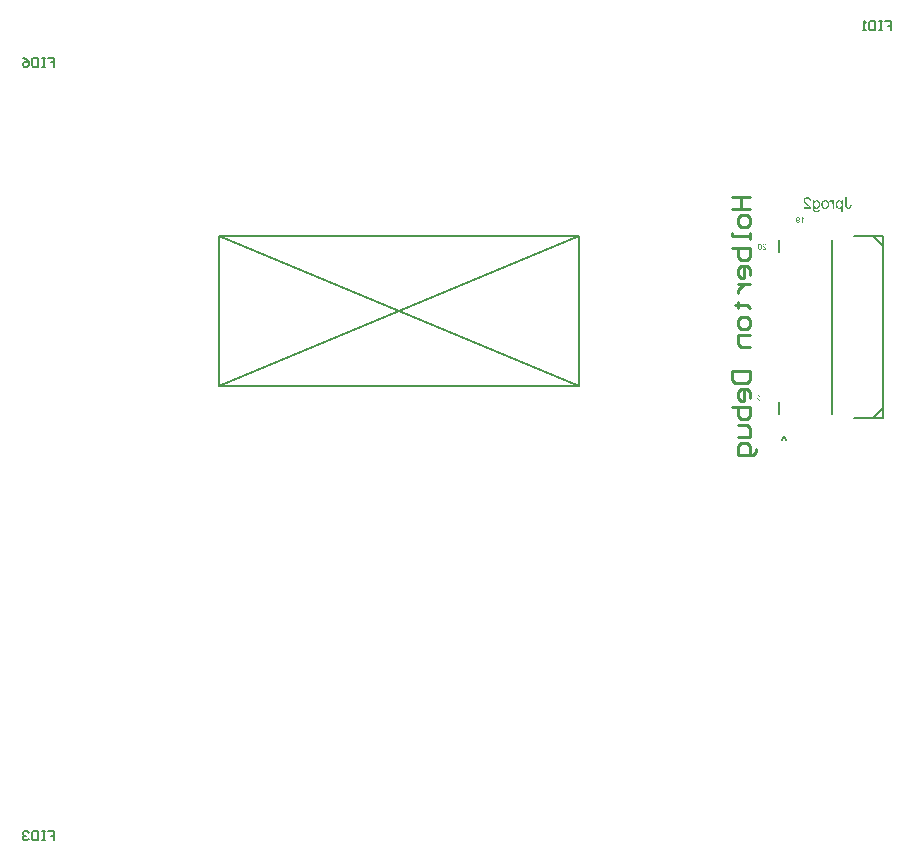
<source format=gbo>
G04*
G04 #@! TF.GenerationSoftware,Altium Limited,Altium Designer,24.1.2 (44)*
G04*
G04 Layer_Color=32896*
%FSLAX44Y44*%
%MOMM*%
G71*
G04*
G04 #@! TF.SameCoordinates,4D670051-7F49-4B36-91F3-1F1B1C4DC3BF*
G04*
G04*
G04 #@! TF.FilePolarity,Positive*
G04*
G01*
G75*
%ADD11C,0.2540*%
%ADD15C,0.1778*%
%ADD16C,0.1270*%
%ADD64C,0.1524*%
G36*
X254047Y43030D02*
X254171Y43019D01*
X254287Y43001D01*
X254396Y42975D01*
X254498Y42946D01*
X254592Y42913D01*
X254676Y42881D01*
X254756Y42848D01*
X254825Y42812D01*
X254886Y42779D01*
X254937Y42746D01*
X254981Y42717D01*
X255014Y42695D01*
X255039Y42674D01*
X255054Y42663D01*
X255057Y42659D01*
X255133Y42587D01*
X255199Y42507D01*
X255261Y42423D01*
X255311Y42336D01*
X255359Y42245D01*
X255399Y42154D01*
X255431Y42067D01*
X255460Y41980D01*
X255482Y41900D01*
X255500Y41824D01*
X255515Y41755D01*
X255526Y41697D01*
X255537Y41649D01*
X255540Y41613D01*
Y41599D01*
X255544Y41588D01*
Y41584D01*
Y41580D01*
X254908Y41515D01*
X254905Y41602D01*
X254897Y41682D01*
X254883Y41758D01*
X254868Y41831D01*
X254846Y41896D01*
X254825Y41955D01*
X254799Y42013D01*
X254774Y42060D01*
X254752Y42104D01*
X254727Y42143D01*
X254705Y42176D01*
X254683Y42205D01*
X254669Y42223D01*
X254654Y42242D01*
X254647Y42249D01*
X254643Y42252D01*
X254592Y42300D01*
X254534Y42340D01*
X254476Y42376D01*
X254418Y42409D01*
X254356Y42434D01*
X254298Y42456D01*
X254240Y42474D01*
X254185Y42488D01*
X254131Y42499D01*
X254084Y42507D01*
X254040Y42514D01*
X254000Y42517D01*
X253971Y42521D01*
X253928D01*
X253851Y42517D01*
X253779Y42510D01*
X253710Y42499D01*
X253644Y42481D01*
X253586Y42463D01*
X253528Y42441D01*
X253477Y42420D01*
X253430Y42394D01*
X253390Y42372D01*
X253354Y42347D01*
X253321Y42325D01*
X253296Y42307D01*
X253274Y42289D01*
X253259Y42278D01*
X253252Y42271D01*
X253248Y42267D01*
X253201Y42220D01*
X253161Y42169D01*
X253125Y42118D01*
X253096Y42063D01*
X253070Y42013D01*
X253049Y41962D01*
X253030Y41911D01*
X253016Y41864D01*
X253005Y41820D01*
X252998Y41780D01*
X252990Y41744D01*
X252987Y41711D01*
X252983Y41686D01*
Y41668D01*
Y41653D01*
Y41649D01*
X252987Y41584D01*
X252994Y41519D01*
X253009Y41453D01*
X253027Y41388D01*
X253074Y41261D01*
X253103Y41203D01*
X253129Y41148D01*
X253154Y41097D01*
X253183Y41050D01*
X253205Y41010D01*
X253227Y40974D01*
X253248Y40948D01*
X253263Y40927D01*
X253270Y40912D01*
X253274Y40908D01*
X253332Y40832D01*
X253405Y40749D01*
X253481Y40665D01*
X253568Y40578D01*
X253655Y40487D01*
X253750Y40400D01*
X253840Y40313D01*
X253935Y40229D01*
X254022Y40149D01*
X254105Y40077D01*
X254178Y40008D01*
X254247Y39953D01*
X254302Y39906D01*
X254324Y39888D01*
X254342Y39870D01*
X254356Y39859D01*
X254367Y39848D01*
X254374Y39844D01*
X254378Y39841D01*
X254472Y39761D01*
X254563Y39684D01*
X254647Y39612D01*
X254727Y39543D01*
X254799Y39474D01*
X254865Y39412D01*
X254923Y39354D01*
X254977Y39299D01*
X255028Y39252D01*
X255068Y39209D01*
X255104Y39172D01*
X255133Y39140D01*
X255155Y39114D01*
X255170Y39096D01*
X255181Y39085D01*
X255184Y39081D01*
X255282Y38958D01*
X255366Y38838D01*
X255435Y38726D01*
X255468Y38675D01*
X255493Y38624D01*
X255515Y38580D01*
X255537Y38540D01*
X255555Y38504D01*
X255566Y38471D01*
X255577Y38446D01*
X255584Y38428D01*
X255591Y38417D01*
Y38413D01*
X255616Y38337D01*
X255635Y38261D01*
X255646Y38188D01*
X255653Y38126D01*
X255657Y38068D01*
X255660Y38046D01*
Y38024D01*
Y38010D01*
Y37999D01*
Y37992D01*
Y37988D01*
X252340D01*
Y38580D01*
X254803D01*
X254763Y38642D01*
X254719Y38704D01*
X254676Y38758D01*
X254636Y38809D01*
X254599Y38849D01*
X254571Y38882D01*
X254552Y38904D01*
X254545Y38911D01*
X254512Y38947D01*
X254469Y38987D01*
X254422Y39031D01*
X254367Y39081D01*
X254309Y39132D01*
X254251Y39187D01*
X254127Y39292D01*
X254069Y39343D01*
X254015Y39390D01*
X253967Y39434D01*
X253920Y39470D01*
X253884Y39503D01*
X253859Y39525D01*
X253840Y39543D01*
X253833Y39546D01*
X253713Y39648D01*
X253601Y39746D01*
X253499Y39837D01*
X253405Y39920D01*
X253317Y40000D01*
X253241Y40073D01*
X253168Y40139D01*
X253107Y40197D01*
X253052Y40251D01*
X253009Y40298D01*
X252969Y40338D01*
X252936Y40371D01*
X252910Y40396D01*
X252896Y40415D01*
X252885Y40425D01*
X252882Y40429D01*
X252831Y40491D01*
X252780Y40549D01*
X252736Y40607D01*
X252696Y40662D01*
X252624Y40767D01*
X252595Y40814D01*
X252569Y40858D01*
X252544Y40898D01*
X252526Y40934D01*
X252507Y40967D01*
X252496Y40992D01*
X252486Y41014D01*
X252478Y41028D01*
X252471Y41039D01*
Y41043D01*
X252431Y41152D01*
X252398Y41257D01*
X252377Y41359D01*
X252362Y41450D01*
X252358Y41490D01*
X252355Y41526D01*
X252351Y41555D01*
X252348Y41584D01*
Y41606D01*
Y41620D01*
Y41631D01*
Y41635D01*
X252351Y41744D01*
X252366Y41849D01*
X252388Y41947D01*
X252413Y42042D01*
X252446Y42129D01*
X252482Y42212D01*
X252522Y42289D01*
X252558Y42358D01*
X252598Y42420D01*
X252638Y42474D01*
X252675Y42521D01*
X252707Y42558D01*
X252733Y42590D01*
X252754Y42612D01*
X252769Y42627D01*
X252773Y42630D01*
X252856Y42703D01*
X252943Y42765D01*
X253034Y42815D01*
X253129Y42863D01*
X253223Y42903D01*
X253321Y42935D01*
X253412Y42961D01*
X253503Y42983D01*
X253586Y43001D01*
X253666Y43011D01*
X253735Y43022D01*
X253797Y43026D01*
X253848Y43030D01*
X253884Y43033D01*
X253917D01*
X254047Y43030D01*
D02*
G37*
G36*
X259127Y171300D02*
X259251Y171289D01*
X259367Y171271D01*
X259476Y171245D01*
X259578Y171216D01*
X259672Y171183D01*
X259756Y171151D01*
X259836Y171118D01*
X259905Y171082D01*
X259967Y171049D01*
X260017Y171016D01*
X260061Y170987D01*
X260094Y170965D01*
X260119Y170944D01*
X260133Y170933D01*
X260137Y170929D01*
X260213Y170857D01*
X260279Y170777D01*
X260341Y170693D01*
X260391Y170606D01*
X260439Y170515D01*
X260479Y170424D01*
X260511Y170337D01*
X260540Y170250D01*
X260562Y170170D01*
X260580Y170094D01*
X260595Y170025D01*
X260606Y169967D01*
X260617Y169919D01*
X260620Y169883D01*
Y169869D01*
X260624Y169858D01*
Y169854D01*
Y169850D01*
X259988Y169785D01*
X259985Y169872D01*
X259977Y169952D01*
X259963Y170028D01*
X259948Y170101D01*
X259926Y170166D01*
X259905Y170225D01*
X259879Y170283D01*
X259854Y170330D01*
X259832Y170373D01*
X259807Y170413D01*
X259785Y170446D01*
X259763Y170475D01*
X259748Y170493D01*
X259734Y170511D01*
X259727Y170519D01*
X259723Y170522D01*
X259672Y170570D01*
X259614Y170610D01*
X259556Y170646D01*
X259498Y170679D01*
X259436Y170704D01*
X259378Y170726D01*
X259320Y170744D01*
X259265Y170758D01*
X259211Y170769D01*
X259164Y170777D01*
X259120Y170784D01*
X259080Y170788D01*
X259051Y170791D01*
X259008D01*
X258931Y170788D01*
X258859Y170780D01*
X258790Y170769D01*
X258724Y170751D01*
X258666Y170733D01*
X258608Y170711D01*
X258557Y170690D01*
X258510Y170664D01*
X258470Y170642D01*
X258434Y170617D01*
X258401Y170595D01*
X258376Y170577D01*
X258354Y170559D01*
X258339Y170548D01*
X258332Y170541D01*
X258328Y170537D01*
X258281Y170490D01*
X258241Y170439D01*
X258205Y170388D01*
X258176Y170333D01*
X258150Y170283D01*
X258129Y170232D01*
X258110Y170181D01*
X258096Y170134D01*
X258085Y170090D01*
X258078Y170050D01*
X258071Y170014D01*
X258067Y169981D01*
X258063Y169956D01*
Y169938D01*
Y169923D01*
Y169919D01*
X258067Y169854D01*
X258074Y169789D01*
X258089Y169723D01*
X258107Y169658D01*
X258154Y169531D01*
X258183Y169473D01*
X258209Y169418D01*
X258234Y169367D01*
X258263Y169320D01*
X258285Y169280D01*
X258307Y169244D01*
X258328Y169218D01*
X258343Y169197D01*
X258350Y169182D01*
X258354Y169179D01*
X258412Y169102D01*
X258484Y169019D01*
X258561Y168935D01*
X258648Y168848D01*
X258735Y168757D01*
X258830Y168670D01*
X258920Y168583D01*
X259015Y168499D01*
X259102Y168419D01*
X259186Y168347D01*
X259258Y168278D01*
X259327Y168223D01*
X259382Y168176D01*
X259403Y168158D01*
X259422Y168140D01*
X259436Y168129D01*
X259447Y168118D01*
X259454Y168114D01*
X259458Y168111D01*
X259552Y168031D01*
X259643Y167954D01*
X259727Y167882D01*
X259807Y167813D01*
X259879Y167744D01*
X259945Y167682D01*
X260003Y167624D01*
X260057Y167569D01*
X260108Y167522D01*
X260148Y167479D01*
X260184Y167442D01*
X260213Y167410D01*
X260235Y167384D01*
X260250Y167366D01*
X260261Y167355D01*
X260264Y167351D01*
X260362Y167228D01*
X260446Y167108D01*
X260515Y166996D01*
X260548Y166945D01*
X260573Y166894D01*
X260595Y166850D01*
X260617Y166810D01*
X260635Y166774D01*
X260646Y166741D01*
X260657Y166716D01*
X260664Y166698D01*
X260671Y166687D01*
Y166683D01*
X260697Y166607D01*
X260715Y166531D01*
X260726Y166458D01*
X260733Y166396D01*
X260737Y166338D01*
X260740Y166316D01*
Y166294D01*
Y166280D01*
Y166269D01*
Y166262D01*
Y166258D01*
X257420D01*
Y166850D01*
X259883D01*
X259843Y166912D01*
X259799Y166974D01*
X259756Y167028D01*
X259716Y167079D01*
X259680Y167119D01*
X259650Y167152D01*
X259632Y167174D01*
X259625Y167181D01*
X259592Y167217D01*
X259549Y167257D01*
X259501Y167301D01*
X259447Y167351D01*
X259389Y167402D01*
X259331Y167457D01*
X259207Y167562D01*
X259149Y167613D01*
X259095Y167660D01*
X259048Y167704D01*
X259000Y167740D01*
X258964Y167773D01*
X258939Y167795D01*
X258920Y167813D01*
X258913Y167816D01*
X258793Y167918D01*
X258681Y168016D01*
X258579Y168107D01*
X258484Y168190D01*
X258397Y168270D01*
X258321Y168343D01*
X258248Y168409D01*
X258187Y168467D01*
X258132Y168521D01*
X258089Y168568D01*
X258049Y168608D01*
X258016Y168641D01*
X257990Y168666D01*
X257976Y168685D01*
X257965Y168695D01*
X257962Y168699D01*
X257911Y168761D01*
X257860Y168819D01*
X257816Y168877D01*
X257776Y168932D01*
X257704Y169037D01*
X257675Y169084D01*
X257649Y169128D01*
X257624Y169168D01*
X257605Y169204D01*
X257587Y169237D01*
X257577Y169262D01*
X257566Y169284D01*
X257558Y169298D01*
X257551Y169309D01*
Y169313D01*
X257511Y169422D01*
X257478Y169527D01*
X257457Y169629D01*
X257442Y169720D01*
X257438Y169760D01*
X257435Y169796D01*
X257431Y169825D01*
X257428Y169854D01*
Y169876D01*
Y169890D01*
Y169901D01*
Y169905D01*
X257431Y170014D01*
X257446Y170119D01*
X257467Y170217D01*
X257493Y170312D01*
X257526Y170399D01*
X257562Y170482D01*
X257602Y170559D01*
X257638Y170628D01*
X257678Y170690D01*
X257718Y170744D01*
X257754Y170791D01*
X257787Y170828D01*
X257813Y170860D01*
X257834Y170882D01*
X257849Y170896D01*
X257852Y170900D01*
X257936Y170973D01*
X258023Y171035D01*
X258114Y171085D01*
X258209Y171133D01*
X258303Y171173D01*
X258401Y171205D01*
X258492Y171231D01*
X258583Y171252D01*
X258666Y171271D01*
X258746Y171282D01*
X258815Y171292D01*
X258877Y171296D01*
X258928Y171300D01*
X258964Y171303D01*
X258997D01*
X259127Y171300D01*
D02*
G37*
G36*
X255223D02*
X255317Y171292D01*
X255408Y171278D01*
X255495Y171256D01*
X255575Y171234D01*
X255651Y171209D01*
X255720Y171183D01*
X255782Y171158D01*
X255840Y171129D01*
X255888Y171103D01*
X255931Y171078D01*
X255967Y171056D01*
X255996Y171038D01*
X256015Y171024D01*
X256029Y171013D01*
X256033Y171009D01*
X256098Y170951D01*
X256160Y170889D01*
X256218Y170824D01*
X256273Y170755D01*
X256320Y170686D01*
X256363Y170613D01*
X256407Y170544D01*
X256440Y170479D01*
X256472Y170417D01*
X256501Y170359D01*
X256523Y170305D01*
X256545Y170261D01*
X256560Y170221D01*
X256570Y170196D01*
X256574Y170177D01*
X256578Y170170D01*
X256610Y170065D01*
X256636Y169952D01*
X256661Y169836D01*
X256683Y169716D01*
X256716Y169476D01*
X256726Y169360D01*
X256737Y169247D01*
X256745Y169142D01*
X256748Y169044D01*
X256752Y168957D01*
X256756Y168884D01*
Y168852D01*
X256759Y168822D01*
Y168797D01*
Y168775D01*
Y168757D01*
Y168746D01*
Y168739D01*
Y168735D01*
Y168605D01*
X256752Y168477D01*
X256748Y168358D01*
X256737Y168241D01*
X256726Y168129D01*
X256712Y168020D01*
X256698Y167918D01*
X256683Y167820D01*
X256665Y167722D01*
X256643Y167635D01*
X256625Y167548D01*
X256603Y167468D01*
X256581Y167388D01*
X256560Y167315D01*
X256534Y167246D01*
X256512Y167181D01*
X256490Y167123D01*
X256465Y167064D01*
X256443Y167014D01*
X256421Y166963D01*
X256400Y166919D01*
X256381Y166879D01*
X256360Y166843D01*
X256341Y166810D01*
X256327Y166781D01*
X256313Y166759D01*
X256298Y166738D01*
X256287Y166719D01*
X256276Y166709D01*
X256269Y166698D01*
X256265Y166694D01*
Y166690D01*
X256185Y166600D01*
X256098Y166520D01*
X256007Y166451D01*
X255913Y166393D01*
X255815Y166342D01*
X255720Y166302D01*
X255630Y166266D01*
X255539Y166240D01*
X255452Y166218D01*
X255375Y166204D01*
X255303Y166189D01*
X255241Y166182D01*
X255190Y166178D01*
X255154Y166175D01*
X255121D01*
X255019Y166178D01*
X254925Y166189D01*
X254834Y166204D01*
X254747Y166222D01*
X254667Y166244D01*
X254594Y166269D01*
X254525Y166294D01*
X254460Y166324D01*
X254406Y166349D01*
X254355Y166374D01*
X254315Y166400D01*
X254278Y166422D01*
X254249Y166443D01*
X254231Y166458D01*
X254217Y166465D01*
X254213Y166469D01*
X254148Y166527D01*
X254086Y166589D01*
X254028Y166654D01*
X253973Y166723D01*
X253926Y166796D01*
X253883Y166865D01*
X253839Y166934D01*
X253803Y166999D01*
X253774Y167061D01*
X253745Y167119D01*
X253723Y167174D01*
X253701Y167217D01*
X253686Y167257D01*
X253675Y167283D01*
X253672Y167301D01*
X253668Y167308D01*
X253636Y167413D01*
X253606Y167526D01*
X253581Y167642D01*
X253559Y167762D01*
X253527Y167998D01*
X253516Y168114D01*
X253505Y168227D01*
X253498Y168332D01*
X253494Y168427D01*
X253490Y168514D01*
X253487Y168590D01*
Y168623D01*
X253483Y168652D01*
Y168677D01*
Y168695D01*
Y168714D01*
Y168724D01*
Y168732D01*
Y168735D01*
Y168873D01*
X253487Y169000D01*
X253494Y169124D01*
X253501Y169237D01*
X253508Y169342D01*
X253519Y169440D01*
X253530Y169531D01*
X253541Y169611D01*
X253552Y169683D01*
X253563Y169745D01*
X253574Y169800D01*
X253581Y169843D01*
X253588Y169879D01*
X253596Y169901D01*
X253599Y169919D01*
Y169923D01*
X253621Y170003D01*
X253646Y170083D01*
X253668Y170156D01*
X253694Y170225D01*
X253723Y170290D01*
X253748Y170352D01*
X253774Y170410D01*
X253799Y170461D01*
X253821Y170508D01*
X253843Y170548D01*
X253861Y170584D01*
X253879Y170613D01*
X253893Y170635D01*
X253904Y170653D01*
X253908Y170664D01*
X253912Y170668D01*
X253988Y170777D01*
X254071Y170871D01*
X254155Y170955D01*
X254235Y171020D01*
X254271Y171049D01*
X254307Y171071D01*
X254336Y171093D01*
X254362Y171111D01*
X254384Y171122D01*
X254398Y171133D01*
X254409Y171140D01*
X254413D01*
X254471Y171169D01*
X254529Y171194D01*
X254653Y171234D01*
X254772Y171263D01*
X254881Y171282D01*
X254932Y171289D01*
X254976Y171296D01*
X255019Y171300D01*
X255052D01*
X255081Y171303D01*
X255121D01*
X255223Y171300D01*
D02*
G37*
G36*
X291077Y194102D02*
X291113Y194040D01*
X291197Y193920D01*
X291288Y193807D01*
X291335Y193753D01*
X291379Y193702D01*
X291422Y193658D01*
X291462Y193615D01*
X291499Y193578D01*
X291531Y193546D01*
X291557Y193520D01*
X291575Y193502D01*
X291589Y193491D01*
X291593Y193488D01*
X291742Y193364D01*
X291898Y193252D01*
X292051Y193150D01*
X292123Y193106D01*
X292192Y193063D01*
X292254Y193026D01*
X292312Y192994D01*
X292367Y192965D01*
X292410Y192943D01*
X292446Y192925D01*
X292476Y192910D01*
X292490Y192903D01*
X292497Y192899D01*
Y192304D01*
X292388Y192347D01*
X292276Y192398D01*
X292167Y192449D01*
X292065Y192500D01*
X292022Y192525D01*
X291978Y192547D01*
X291942Y192569D01*
X291913Y192587D01*
X291887Y192598D01*
X291865Y192609D01*
X291854Y192616D01*
X291851Y192620D01*
X291720Y192700D01*
X291662Y192740D01*
X291604Y192776D01*
X291553Y192816D01*
X291506Y192848D01*
X291462Y192885D01*
X291419Y192914D01*
X291386Y192943D01*
X291353Y192968D01*
X291324Y192994D01*
X291302Y193012D01*
X291284Y193026D01*
X291273Y193037D01*
X291266Y193045D01*
X291262Y193048D01*
Y189118D01*
X290645D01*
Y194163D01*
X291045D01*
X291077Y194102D01*
D02*
G37*
G36*
X287608Y194160D02*
X287728Y194142D01*
X287841Y194120D01*
X287946Y194091D01*
X288048Y194054D01*
X288142Y194014D01*
X288226Y193974D01*
X288306Y193931D01*
X288375Y193887D01*
X288437Y193844D01*
X288491Y193804D01*
X288535Y193767D01*
X288567Y193738D01*
X288593Y193717D01*
X288611Y193698D01*
X288615Y193695D01*
X288694Y193604D01*
X288764Y193510D01*
X288822Y193408D01*
X288876Y193306D01*
X288920Y193204D01*
X288956Y193103D01*
X288985Y193001D01*
X289007Y192907D01*
X289029Y192816D01*
X289039Y192732D01*
X289050Y192656D01*
X289058Y192591D01*
X289061Y192536D01*
Y192514D01*
X289065Y192496D01*
Y192482D01*
Y192471D01*
Y192467D01*
Y192463D01*
X289061Y192329D01*
X289047Y192202D01*
X289025Y192078D01*
X289000Y191966D01*
X288967Y191861D01*
X288931Y191762D01*
X288891Y191672D01*
X288851Y191592D01*
X288811Y191519D01*
X288771Y191454D01*
X288734Y191399D01*
X288702Y191356D01*
X288676Y191319D01*
X288654Y191294D01*
X288640Y191276D01*
X288636Y191272D01*
X288553Y191192D01*
X288466Y191123D01*
X288379Y191065D01*
X288288Y191011D01*
X288200Y190967D01*
X288113Y190931D01*
X288026Y190902D01*
X287946Y190880D01*
X287870Y190858D01*
X287801Y190847D01*
X287736Y190836D01*
X287685Y190829D01*
X287641Y190825D01*
X287608Y190822D01*
X287579D01*
X287510Y190825D01*
X287441Y190829D01*
X287314Y190851D01*
X287194Y190880D01*
X287143Y190894D01*
X287093Y190912D01*
X287045Y190931D01*
X287006Y190945D01*
X286973Y190960D01*
X286940Y190974D01*
X286918Y190985D01*
X286900Y190996D01*
X286889Y191000D01*
X286886Y191003D01*
X286769Y191076D01*
X286671Y191156D01*
X286624Y191196D01*
X286584Y191236D01*
X286544Y191272D01*
X286511Y191312D01*
X286479Y191345D01*
X286453Y191377D01*
X286432Y191406D01*
X286410Y191432D01*
X286395Y191454D01*
X286384Y191468D01*
X286381Y191479D01*
X286377Y191483D01*
Y191454D01*
Y191428D01*
Y191406D01*
Y191388D01*
Y191377D01*
Y191367D01*
Y191363D01*
Y191359D01*
X286381Y191218D01*
X286392Y191080D01*
X286406Y190952D01*
X286417Y190891D01*
X286424Y190836D01*
X286432Y190785D01*
X286443Y190742D01*
X286450Y190702D01*
X286457Y190669D01*
X286464Y190640D01*
X286468Y190622D01*
X286472Y190607D01*
Y190604D01*
X286490Y190538D01*
X286508Y190473D01*
X286526Y190415D01*
X286544Y190357D01*
X286566Y190306D01*
X286584Y190259D01*
X286602Y190215D01*
X286621Y190175D01*
X286635Y190139D01*
X286653Y190106D01*
X286664Y190081D01*
X286679Y190059D01*
X286686Y190041D01*
X286693Y190030D01*
X286700Y190023D01*
Y190019D01*
X286755Y189943D01*
X286813Y189874D01*
X286871Y189812D01*
X286926Y189765D01*
X286973Y189725D01*
X287013Y189696D01*
X287027Y189685D01*
X287038Y189678D01*
X287045Y189670D01*
X287049D01*
X287133Y189627D01*
X287216Y189598D01*
X287303Y189576D01*
X287380Y189558D01*
X287449Y189550D01*
X287478Y189547D01*
X287503D01*
X287521Y189543D01*
X287550D01*
X287612Y189547D01*
X287670Y189550D01*
X287775Y189572D01*
X287866Y189601D01*
X287910Y189619D01*
X287946Y189638D01*
X287979Y189652D01*
X288012Y189670D01*
X288037Y189685D01*
X288055Y189699D01*
X288073Y189710D01*
X288084Y189721D01*
X288092Y189725D01*
X288095Y189728D01*
X288135Y189765D01*
X288168Y189808D01*
X288230Y189903D01*
X288280Y190004D01*
X288320Y190106D01*
X288335Y190150D01*
X288349Y190197D01*
X288360Y190237D01*
X288368Y190270D01*
X288375Y190299D01*
X288379Y190320D01*
X288382Y190335D01*
Y190339D01*
X288974Y190284D01*
X288956Y190175D01*
X288934Y190074D01*
X288905Y189979D01*
X288872Y189888D01*
X288840Y189805D01*
X288800Y189732D01*
X288764Y189663D01*
X288724Y189601D01*
X288687Y189543D01*
X288651Y189496D01*
X288615Y189456D01*
X288585Y189423D01*
X288564Y189394D01*
X288542Y189376D01*
X288531Y189365D01*
X288527Y189361D01*
X288455Y189303D01*
X288379Y189253D01*
X288299Y189209D01*
X288219Y189173D01*
X288139Y189140D01*
X288059Y189115D01*
X287979Y189093D01*
X287903Y189075D01*
X287834Y189064D01*
X287768Y189053D01*
X287710Y189046D01*
X287659Y189038D01*
X287619D01*
X287587Y189035D01*
X287561D01*
X287460Y189038D01*
X287362Y189049D01*
X287267Y189064D01*
X287176Y189082D01*
X287089Y189104D01*
X287013Y189129D01*
X286936Y189154D01*
X286871Y189184D01*
X286809Y189213D01*
X286755Y189238D01*
X286708Y189263D01*
X286668Y189285D01*
X286635Y189303D01*
X286613Y189322D01*
X286599Y189329D01*
X286595Y189333D01*
X286519Y189391D01*
X286450Y189456D01*
X286384Y189525D01*
X286323Y189594D01*
X286268Y189667D01*
X286214Y189739D01*
X286170Y189808D01*
X286126Y189877D01*
X286090Y189943D01*
X286057Y190004D01*
X286032Y190059D01*
X286010Y190106D01*
X285992Y190146D01*
X285981Y190175D01*
X285974Y190193D01*
X285970Y190201D01*
X285934Y190313D01*
X285901Y190429D01*
X285872Y190553D01*
X285847Y190680D01*
X285829Y190807D01*
X285811Y190938D01*
X285796Y191061D01*
X285785Y191181D01*
X285778Y191294D01*
X285770Y191399D01*
X285767Y191494D01*
X285763Y191534D01*
Y191574D01*
Y191610D01*
X285760Y191643D01*
Y191668D01*
Y191690D01*
Y191708D01*
Y191723D01*
Y191730D01*
Y191733D01*
X285763Y191901D01*
X285770Y192060D01*
X285778Y192206D01*
X285792Y192344D01*
X285811Y192471D01*
X285829Y192583D01*
X285847Y192689D01*
X285865Y192783D01*
X285887Y192867D01*
X285905Y192939D01*
X285923Y193001D01*
X285941Y193052D01*
X285956Y193092D01*
X285963Y193121D01*
X285970Y193135D01*
X285974Y193143D01*
X286014Y193234D01*
X286061Y193317D01*
X286108Y193393D01*
X286159Y193466D01*
X286210Y193535D01*
X286261Y193597D01*
X286312Y193655D01*
X286363Y193706D01*
X286410Y193749D01*
X286450Y193789D01*
X286490Y193822D01*
X286526Y193851D01*
X286551Y193869D01*
X286573Y193887D01*
X286588Y193895D01*
X286591Y193898D01*
X286668Y193945D01*
X286744Y193985D01*
X286824Y194022D01*
X286900Y194051D01*
X286976Y194076D01*
X287053Y194098D01*
X287122Y194116D01*
X287191Y194131D01*
X287253Y194142D01*
X287307Y194149D01*
X287358Y194156D01*
X287401Y194160D01*
X287438Y194163D01*
X287485D01*
X287608Y194160D01*
D02*
G37*
G36*
X295568Y210808D02*
X295808Y210786D01*
X296033Y210751D01*
X296244Y210702D01*
X296441Y210646D01*
X296624Y210583D01*
X296786Y210519D01*
X296940Y210456D01*
X297074Y210385D01*
X297194Y210322D01*
X297292Y210259D01*
X297376Y210203D01*
X297440Y210160D01*
X297489Y210118D01*
X297517Y210097D01*
X297524Y210090D01*
X297672Y209949D01*
X297799Y209794D01*
X297918Y209633D01*
X298017Y209464D01*
X298108Y209288D01*
X298186Y209112D01*
X298249Y208943D01*
X298305Y208774D01*
X298347Y208619D01*
X298383Y208472D01*
X298411Y208338D01*
X298432Y208225D01*
X298453Y208134D01*
X298460Y208064D01*
Y208036D01*
X298467Y208014D01*
Y208007D01*
Y208000D01*
X297236Y207874D01*
X297229Y208043D01*
X297215Y208197D01*
X297187Y208345D01*
X297158Y208486D01*
X297116Y208612D01*
X297074Y208725D01*
X297025Y208838D01*
X296975Y208929D01*
X296933Y209014D01*
X296884Y209091D01*
X296842Y209154D01*
X296800Y209210D01*
X296772Y209246D01*
X296743Y209281D01*
X296729Y209295D01*
X296722Y209302D01*
X296624Y209393D01*
X296511Y209471D01*
X296399Y209541D01*
X296286Y209604D01*
X296166Y209654D01*
X296054Y209696D01*
X295941Y209731D01*
X295836Y209759D01*
X295730Y209780D01*
X295639Y209794D01*
X295554Y209809D01*
X295477Y209816D01*
X295421Y209823D01*
X295336D01*
X295188Y209816D01*
X295048Y209802D01*
X294914Y209780D01*
X294787Y209745D01*
X294675Y209710D01*
X294562Y209668D01*
X294464Y209626D01*
X294372Y209576D01*
X294295Y209534D01*
X294224Y209485D01*
X294161Y209443D01*
X294112Y209408D01*
X294070Y209372D01*
X294042Y209351D01*
X294028Y209337D01*
X294021Y209330D01*
X293929Y209239D01*
X293852Y209140D01*
X293781Y209042D01*
X293725Y208936D01*
X293676Y208838D01*
X293633Y208739D01*
X293598Y208641D01*
X293570Y208549D01*
X293549Y208465D01*
X293535Y208387D01*
X293521Y208317D01*
X293514Y208254D01*
X293507Y208204D01*
Y208169D01*
Y208141D01*
Y208134D01*
X293514Y208007D01*
X293528Y207881D01*
X293556Y207754D01*
X293591Y207627D01*
X293683Y207381D01*
X293739Y207269D01*
X293788Y207163D01*
X293838Y207065D01*
X293894Y206973D01*
X293936Y206896D01*
X293978Y206825D01*
X294021Y206776D01*
X294049Y206734D01*
X294063Y206706D01*
X294070Y206699D01*
X294182Y206551D01*
X294323Y206389D01*
X294471Y206227D01*
X294640Y206058D01*
X294809Y205882D01*
X294991Y205714D01*
X295167Y205545D01*
X295350Y205383D01*
X295519Y205228D01*
X295681Y205088D01*
X295822Y204954D01*
X295955Y204848D01*
X296061Y204757D01*
X296103Y204722D01*
X296138Y204687D01*
X296166Y204665D01*
X296187Y204644D01*
X296202Y204637D01*
X296209Y204630D01*
X296392Y204475D01*
X296567Y204328D01*
X296729Y204187D01*
X296884Y204053D01*
X297025Y203920D01*
X297151Y203800D01*
X297264Y203687D01*
X297369Y203582D01*
X297468Y203490D01*
X297545Y203406D01*
X297616Y203336D01*
X297672Y203272D01*
X297714Y203223D01*
X297742Y203188D01*
X297764Y203167D01*
X297771Y203160D01*
X297960Y202920D01*
X298122Y202688D01*
X298256Y202470D01*
X298319Y202372D01*
X298369Y202273D01*
X298411Y202189D01*
X298453Y202111D01*
X298488Y202041D01*
X298509Y201978D01*
X298530Y201928D01*
X298545Y201893D01*
X298559Y201872D01*
Y201865D01*
X298608Y201717D01*
X298643Y201570D01*
X298664Y201429D01*
X298678Y201309D01*
X298685Y201197D01*
X298692Y201154D01*
Y201112D01*
Y201084D01*
Y201063D01*
Y201049D01*
Y201042D01*
X292262D01*
Y202189D01*
X297032D01*
X296954Y202308D01*
X296870Y202428D01*
X296786Y202533D01*
X296708Y202632D01*
X296638Y202709D01*
X296581Y202773D01*
X296546Y202815D01*
X296532Y202829D01*
X296469Y202899D01*
X296385Y202977D01*
X296293Y203061D01*
X296187Y203160D01*
X296075Y203258D01*
X295962Y203364D01*
X295723Y203568D01*
X295611Y203666D01*
X295505Y203758D01*
X295414Y203842D01*
X295322Y203913D01*
X295252Y203976D01*
X295203Y204018D01*
X295167Y204053D01*
X295153Y204060D01*
X294921Y204257D01*
X294703Y204447D01*
X294506Y204623D01*
X294323Y204785D01*
X294154Y204940D01*
X294006Y205081D01*
X293866Y205207D01*
X293746Y205320D01*
X293640Y205425D01*
X293556Y205517D01*
X293479Y205594D01*
X293415Y205657D01*
X293366Y205707D01*
X293338Y205742D01*
X293317Y205763D01*
X293310Y205770D01*
X293211Y205890D01*
X293113Y206002D01*
X293028Y206115D01*
X292951Y206220D01*
X292810Y206424D01*
X292754Y206516D01*
X292705Y206600D01*
X292656Y206678D01*
X292620Y206748D01*
X292585Y206811D01*
X292564Y206861D01*
X292543Y206903D01*
X292529Y206931D01*
X292515Y206952D01*
Y206959D01*
X292437Y207170D01*
X292374Y207374D01*
X292332Y207571D01*
X292304Y207747D01*
X292297Y207824D01*
X292290Y207895D01*
X292283Y207951D01*
X292276Y208007D01*
Y208050D01*
Y208078D01*
Y208099D01*
Y208106D01*
X292283Y208317D01*
X292311Y208521D01*
X292353Y208711D01*
X292402Y208894D01*
X292466Y209063D01*
X292536Y209224D01*
X292613Y209372D01*
X292684Y209506D01*
X292761Y209626D01*
X292838Y209731D01*
X292909Y209823D01*
X292972Y209893D01*
X293021Y209956D01*
X293064Y209998D01*
X293092Y210027D01*
X293099Y210034D01*
X293261Y210174D01*
X293430Y210294D01*
X293605Y210392D01*
X293788Y210484D01*
X293971Y210561D01*
X294161Y210625D01*
X294337Y210674D01*
X294513Y210716D01*
X294675Y210751D01*
X294830Y210772D01*
X294963Y210793D01*
X295083Y210801D01*
X295181Y210808D01*
X295252Y210815D01*
X295315D01*
X295568Y210808D01*
D02*
G37*
G36*
X303357Y208247D02*
X303526Y208232D01*
X303681Y208211D01*
X303835Y208183D01*
X303976Y208141D01*
X304110Y208106D01*
X304237Y208064D01*
X304349Y208021D01*
X304455Y207972D01*
X304546Y207930D01*
X304623Y207895D01*
X304687Y207860D01*
X304743Y207824D01*
X304778Y207803D01*
X304806Y207789D01*
X304813Y207782D01*
X304940Y207691D01*
X305060Y207592D01*
X305172Y207487D01*
X305271Y207381D01*
X305369Y207269D01*
X305454Y207163D01*
X305531Y207057D01*
X305608Y206952D01*
X305672Y206854D01*
X305721Y206762D01*
X305770Y206678D01*
X305805Y206607D01*
X305841Y206551D01*
X305862Y206502D01*
X305869Y206474D01*
X305876Y206467D01*
X305939Y206305D01*
X305995Y206143D01*
X306045Y205981D01*
X306080Y205819D01*
X306150Y205503D01*
X306171Y205355D01*
X306192Y205214D01*
X306206Y205088D01*
X306213Y204968D01*
X306220Y204862D01*
X306228Y204771D01*
X306235Y204701D01*
Y204644D01*
Y204616D01*
Y204602D01*
X306228Y204335D01*
X306199Y204074D01*
X306164Y203828D01*
X306108Y203596D01*
X306052Y203371D01*
X305981Y203167D01*
X305911Y202970D01*
X305834Y202801D01*
X305763Y202639D01*
X305693Y202498D01*
X305623Y202379D01*
X305566Y202280D01*
X305510Y202196D01*
X305475Y202139D01*
X305447Y202104D01*
X305440Y202090D01*
X305285Y201907D01*
X305116Y201745D01*
X304933Y201605D01*
X304750Y201485D01*
X304567Y201380D01*
X304377Y201295D01*
X304194Y201232D01*
X304018Y201176D01*
X303850Y201133D01*
X303688Y201098D01*
X303547Y201077D01*
X303427Y201056D01*
X303329Y201049D01*
X303251Y201042D01*
X303188D01*
X302977Y201056D01*
X302766Y201084D01*
X302576Y201126D01*
X302393Y201190D01*
X302217Y201253D01*
X302055Y201330D01*
X301908Y201415D01*
X301774Y201506D01*
X301654Y201591D01*
X301549Y201675D01*
X301457Y201752D01*
X301380Y201823D01*
X301317Y201879D01*
X301274Y201921D01*
X301246Y201957D01*
X301239Y201964D01*
Y201752D01*
Y201563D01*
X301246Y201394D01*
Y201239D01*
X301253Y201098D01*
X301260Y200972D01*
X301267Y200859D01*
X301281Y200767D01*
X301289Y200683D01*
X301296Y200613D01*
X301303Y200556D01*
X301310Y200514D01*
X301317Y200479D01*
Y200458D01*
X301324Y200444D01*
Y200437D01*
X301394Y200226D01*
X301486Y200043D01*
X301591Y199888D01*
X301689Y199754D01*
X301739Y199698D01*
X301788Y199649D01*
X301823Y199607D01*
X301865Y199578D01*
X301894Y199550D01*
X301915Y199529D01*
X301929Y199522D01*
X301936Y199515D01*
X302027Y199459D01*
X302119Y199403D01*
X302323Y199318D01*
X302541Y199262D01*
X302745Y199220D01*
X302843Y199206D01*
X302928Y199198D01*
X303012Y199184D01*
X303083D01*
X303139Y199177D01*
X303216D01*
X303357Y199184D01*
X303491Y199191D01*
X303617Y199206D01*
X303730Y199234D01*
X303842Y199255D01*
X303941Y199283D01*
X304032Y199318D01*
X304117Y199346D01*
X304187Y199382D01*
X304251Y199410D01*
X304307Y199438D01*
X304349Y199466D01*
X304384Y199487D01*
X304412Y199501D01*
X304426Y199508D01*
X304433Y199515D01*
X304546Y199621D01*
X304638Y199740D01*
X304708Y199867D01*
X304757Y199994D01*
X304792Y200106D01*
X304806Y200155D01*
X304820Y200205D01*
X304827Y200240D01*
Y200268D01*
X304834Y200282D01*
Y200289D01*
X305995Y200465D01*
X305988Y200261D01*
X305974Y200064D01*
X305939Y199881D01*
X305890Y199719D01*
X305834Y199564D01*
X305770Y199424D01*
X305707Y199297D01*
X305630Y199184D01*
X305559Y199086D01*
X305496Y198995D01*
X305425Y198924D01*
X305369Y198861D01*
X305320Y198819D01*
X305285Y198783D01*
X305257Y198762D01*
X305250Y198755D01*
X305095Y198657D01*
X304940Y198565D01*
X304771Y198488D01*
X304602Y198425D01*
X304433Y198368D01*
X304258Y198326D01*
X304096Y198284D01*
X303934Y198256D01*
X303786Y198235D01*
X303645Y198214D01*
X303526Y198207D01*
X303420Y198192D01*
X303329D01*
X303265Y198185D01*
X303209D01*
X303012Y198192D01*
X302829Y198200D01*
X302646Y198221D01*
X302484Y198249D01*
X302323Y198277D01*
X302175Y198312D01*
X302041Y198347D01*
X301915Y198389D01*
X301809Y198425D01*
X301711Y198460D01*
X301619Y198495D01*
X301549Y198523D01*
X301493Y198551D01*
X301457Y198572D01*
X301429Y198579D01*
X301422Y198586D01*
X301289Y198664D01*
X301169Y198748D01*
X301056Y198840D01*
X300951Y198924D01*
X300852Y199016D01*
X300768Y199107D01*
X300690Y199198D01*
X300620Y199283D01*
X300557Y199360D01*
X300508Y199438D01*
X300458Y199508D01*
X300423Y199564D01*
X300395Y199614D01*
X300374Y199649D01*
X300367Y199670D01*
X300360Y199677D01*
X300303Y199818D01*
X300247Y199972D01*
X300205Y200148D01*
X300163Y200331D01*
X300135Y200521D01*
X300106Y200711D01*
X300085Y200908D01*
X300064Y201091D01*
X300050Y201274D01*
X300036Y201443D01*
X300029Y201598D01*
Y201731D01*
X300022Y201844D01*
Y201886D01*
Y201928D01*
Y201957D01*
Y201978D01*
Y201992D01*
Y201999D01*
Y208099D01*
X301127D01*
Y207248D01*
X301281Y207423D01*
X301450Y207578D01*
X301619Y207712D01*
X301788Y207831D01*
X301964Y207930D01*
X302133Y208007D01*
X302302Y208078D01*
X302463Y208127D01*
X302611Y208169D01*
X302752Y208197D01*
X302871Y208225D01*
X302977Y208239D01*
X303069Y208247D01*
X303132Y208254D01*
X303188D01*
X303357Y208247D01*
D02*
G37*
G36*
X315437D02*
X315578Y208218D01*
X315705Y208176D01*
X315824Y208134D01*
X315916Y208085D01*
X315986Y208050D01*
X316014Y208029D01*
X316035Y208021D01*
X316042Y208007D01*
X316050D01*
X316113Y207958D01*
X316183Y207895D01*
X316247Y207824D01*
X316310Y207754D01*
X316437Y207585D01*
X316556Y207423D01*
X316655Y207269D01*
X316697Y207198D01*
X316732Y207135D01*
X316760Y207086D01*
X316781Y207050D01*
X316795Y207022D01*
X316802Y207015D01*
Y208099D01*
X317879D01*
Y201042D01*
X316683D01*
Y204729D01*
X316676Y205010D01*
X316655Y205270D01*
X316633Y205390D01*
X316619Y205503D01*
X316605Y205608D01*
X316584Y205714D01*
X316563Y205798D01*
X316549Y205882D01*
X316528Y205953D01*
X316514Y206009D01*
X316507Y206058D01*
X316493Y206094D01*
X316486Y206115D01*
Y206122D01*
X316430Y206269D01*
X316359Y206403D01*
X316289Y206516D01*
X316211Y206607D01*
X316148Y206678D01*
X316092Y206734D01*
X316057Y206762D01*
X316042Y206776D01*
X315923Y206854D01*
X315803Y206917D01*
X315684Y206959D01*
X315578Y206987D01*
X315487Y207001D01*
X315409Y207015D01*
X315346D01*
X315184Y207001D01*
X315022Y206973D01*
X314875Y206938D01*
X314748Y206889D01*
X314635Y206839D01*
X314586Y206818D01*
X314551Y206804D01*
X314516Y206783D01*
X314495Y206776D01*
X314481Y206762D01*
X314473D01*
X314051Y207867D01*
X314171Y207937D01*
X314284Y207993D01*
X314396Y208050D01*
X314509Y208092D01*
X314713Y208162D01*
X314811Y208183D01*
X314903Y208204D01*
X314987Y208218D01*
X315058Y208232D01*
X315121Y208239D01*
X315177Y208247D01*
X315219Y208254D01*
X315283D01*
X315437Y208247D01*
D02*
G37*
G36*
X310723D02*
X310956Y208218D01*
X311174Y208183D01*
X311378Y208134D01*
X311575Y208071D01*
X311758Y208007D01*
X311927Y207930D01*
X312081Y207860D01*
X312222Y207789D01*
X312342Y207712D01*
X312447Y207649D01*
X312539Y207592D01*
X312609Y207536D01*
X312658Y207501D01*
X312686Y207473D01*
X312701Y207466D01*
X312890Y207276D01*
X313059Y207072D01*
X313200Y206846D01*
X313327Y206614D01*
X313432Y206375D01*
X313517Y206136D01*
X313594Y205897D01*
X313650Y205664D01*
X313693Y205439D01*
X313728Y205235D01*
X313749Y205052D01*
X313763Y204968D01*
X313770Y204890D01*
Y204820D01*
X313777Y204757D01*
Y204701D01*
X313784Y204651D01*
Y204616D01*
Y204588D01*
Y204574D01*
Y204567D01*
X313777Y204243D01*
X313742Y203934D01*
X313700Y203652D01*
X313643Y203385D01*
X313573Y203139D01*
X313496Y202913D01*
X313411Y202709D01*
X313327Y202526D01*
X313242Y202365D01*
X313165Y202224D01*
X313088Y202104D01*
X313017Y202006D01*
X312961Y201928D01*
X312919Y201872D01*
X312883Y201844D01*
X312876Y201830D01*
X312701Y201661D01*
X312511Y201520D01*
X312313Y201394D01*
X312117Y201288D01*
X311919Y201197D01*
X311716Y201119D01*
X311525Y201056D01*
X311336Y201007D01*
X311160Y200965D01*
X310998Y200936D01*
X310857Y200915D01*
X310730Y200901D01*
X310625Y200894D01*
X310583D01*
X310548Y200887D01*
X310484D01*
X310308Y200894D01*
X310147Y200908D01*
X309985Y200929D01*
X309823Y200958D01*
X309675Y200986D01*
X309534Y201021D01*
X309408Y201063D01*
X309281Y201105D01*
X309176Y201140D01*
X309077Y201183D01*
X308993Y201218D01*
X308915Y201253D01*
X308859Y201274D01*
X308817Y201295D01*
X308789Y201309D01*
X308782Y201316D01*
X308641Y201401D01*
X308507Y201492D01*
X308381Y201591D01*
X308268Y201689D01*
X308162Y201788D01*
X308064Y201886D01*
X307973Y201985D01*
X307895Y202083D01*
X307825Y202175D01*
X307761Y202259D01*
X307712Y202330D01*
X307670Y202400D01*
X307635Y202449D01*
X307614Y202491D01*
X307600Y202519D01*
X307593Y202526D01*
X307522Y202681D01*
X307452Y202843D01*
X307403Y203012D01*
X307353Y203188D01*
X307311Y203371D01*
X307276Y203547D01*
X307248Y203723D01*
X307227Y203891D01*
X307213Y204046D01*
X307199Y204194D01*
X307192Y204328D01*
X307185Y204440D01*
X307177Y204532D01*
Y204609D01*
Y204630D01*
Y204651D01*
Y204658D01*
Y204665D01*
X307185Y204975D01*
X307220Y205263D01*
X307262Y205531D01*
X307325Y205784D01*
X307395Y206023D01*
X307473Y206234D01*
X307557Y206431D01*
X307642Y206614D01*
X307726Y206769D01*
X307811Y206910D01*
X307888Y207022D01*
X307958Y207121D01*
X308022Y207198D01*
X308064Y207255D01*
X308092Y207283D01*
X308106Y207297D01*
X308282Y207466D01*
X308472Y207613D01*
X308669Y207740D01*
X308866Y207853D01*
X309063Y207944D01*
X309260Y208021D01*
X309457Y208085D01*
X309640Y208134D01*
X309816Y208176D01*
X309978Y208204D01*
X310118Y208225D01*
X310245Y208239D01*
X310343Y208247D01*
X310386Y208254D01*
X310484D01*
X310723Y208247D01*
D02*
G37*
G36*
X328672Y204067D02*
Y203913D01*
X328679Y203772D01*
X328686Y203645D01*
X328693Y203526D01*
X328700Y203413D01*
X328714Y203314D01*
X328728Y203223D01*
X328735Y203146D01*
X328749Y203075D01*
X328763Y203012D01*
X328777Y202963D01*
X328784Y202920D01*
X328791Y202892D01*
X328798Y202871D01*
X328806Y202857D01*
Y202850D01*
X328862Y202716D01*
X328939Y202597D01*
X329016Y202491D01*
X329101Y202407D01*
X329171Y202337D01*
X329235Y202287D01*
X329277Y202259D01*
X329284Y202245D01*
X329291D01*
X329425Y202175D01*
X329572Y202118D01*
X329713Y202083D01*
X329840Y202055D01*
X329952Y202041D01*
X330001Y202034D01*
X330044D01*
X330079Y202027D01*
X330128D01*
X330248Y202034D01*
X330360Y202048D01*
X330466Y202062D01*
X330571Y202090D01*
X330663Y202118D01*
X330747Y202154D01*
X330825Y202196D01*
X330895Y202231D01*
X330958Y202266D01*
X331008Y202308D01*
X331057Y202344D01*
X331092Y202372D01*
X331120Y202400D01*
X331148Y202421D01*
X331155Y202428D01*
X331162Y202435D01*
X331226Y202519D01*
X331289Y202618D01*
X331338Y202731D01*
X331388Y202843D01*
X331458Y203096D01*
X331507Y203350D01*
X331528Y203476D01*
X331542Y203589D01*
X331557Y203687D01*
X331563Y203779D01*
X331571Y203856D01*
X331578Y203913D01*
Y203948D01*
Y203962D01*
X332738Y203800D01*
Y203540D01*
X332717Y203293D01*
X332689Y203061D01*
X332647Y202850D01*
X332598Y202653D01*
X332548Y202470D01*
X332485Y202308D01*
X332422Y202161D01*
X332366Y202034D01*
X332302Y201921D01*
X332246Y201830D01*
X332197Y201752D01*
X332155Y201689D01*
X332119Y201647D01*
X332098Y201619D01*
X332091Y201612D01*
X331958Y201485D01*
X331810Y201373D01*
X331655Y201274D01*
X331493Y201190D01*
X331331Y201119D01*
X331170Y201056D01*
X331008Y201014D01*
X330853Y200972D01*
X330705Y200943D01*
X330564Y200922D01*
X330438Y200901D01*
X330332Y200894D01*
X330241Y200887D01*
X330177Y200880D01*
X330121D01*
X329959Y200887D01*
X329812Y200894D01*
X329664Y200915D01*
X329523Y200936D01*
X329397Y200965D01*
X329270Y200993D01*
X329157Y201021D01*
X329052Y201056D01*
X328953Y201091D01*
X328869Y201119D01*
X328798Y201147D01*
X328735Y201176D01*
X328686Y201197D01*
X328651Y201218D01*
X328630Y201225D01*
X328623Y201232D01*
X328503Y201302D01*
X328397Y201380D01*
X328299Y201457D01*
X328207Y201542D01*
X328123Y201626D01*
X328046Y201710D01*
X327975Y201795D01*
X327912Y201872D01*
X327863Y201950D01*
X327813Y202020D01*
X327771Y202083D01*
X327743Y202139D01*
X327715Y202189D01*
X327701Y202224D01*
X327687Y202245D01*
Y202252D01*
X327631Y202386D01*
X327588Y202526D01*
X327546Y202674D01*
X327511Y202829D01*
X327455Y203146D01*
X327440Y203300D01*
X327419Y203448D01*
X327412Y203589D01*
X327398Y203723D01*
X327391Y203842D01*
Y203941D01*
X327384Y204025D01*
Y204088D01*
Y204131D01*
Y204145D01*
Y210779D01*
X328672D01*
Y204067D01*
D02*
G37*
G36*
X322551Y208239D02*
X322776Y208211D01*
X322881Y208190D01*
X322980Y208169D01*
X323071Y208141D01*
X323149Y208120D01*
X323226Y208092D01*
X323289Y208064D01*
X323346Y208043D01*
X323395Y208021D01*
X323430Y208007D01*
X323458Y207993D01*
X323472Y207979D01*
X323479D01*
X323655Y207867D01*
X323817Y207740D01*
X323965Y207606D01*
X324091Y207480D01*
X324197Y207360D01*
X324239Y207311D01*
X324274Y207269D01*
X324310Y207226D01*
X324331Y207198D01*
X324338Y207184D01*
X324345Y207177D01*
Y208099D01*
X325435D01*
Y198340D01*
X324239D01*
Y201774D01*
X324120Y201633D01*
X323993Y201513D01*
X323859Y201401D01*
X323740Y201309D01*
X323627Y201232D01*
X323585Y201204D01*
X323543Y201183D01*
X323507Y201161D01*
X323486Y201147D01*
X323472Y201133D01*
X323465D01*
X323282Y201049D01*
X323092Y200993D01*
X322916Y200950D01*
X322748Y200915D01*
X322670Y200908D01*
X322600Y200901D01*
X322544Y200894D01*
X322487D01*
X322445Y200887D01*
X322389D01*
X322234Y200894D01*
X322086Y200908D01*
X321939Y200929D01*
X321798Y200958D01*
X321664Y200993D01*
X321538Y201035D01*
X321418Y201070D01*
X321305Y201119D01*
X321200Y201161D01*
X321108Y201197D01*
X321031Y201239D01*
X320961Y201274D01*
X320904Y201302D01*
X320869Y201323D01*
X320841Y201337D01*
X320834Y201345D01*
X320700Y201436D01*
X320574Y201534D01*
X320454Y201640D01*
X320348Y201745D01*
X320243Y201858D01*
X320151Y201971D01*
X320067Y202076D01*
X319997Y202182D01*
X319926Y202280D01*
X319870Y202379D01*
X319821Y202456D01*
X319778Y202533D01*
X319750Y202590D01*
X319729Y202639D01*
X319715Y202667D01*
X319708Y202674D01*
X319638Y202836D01*
X319575Y203005D01*
X319525Y203174D01*
X319483Y203343D01*
X319413Y203673D01*
X319384Y203828D01*
X319363Y203976D01*
X319349Y204109D01*
X319335Y204236D01*
X319328Y204349D01*
X319321Y204440D01*
X319314Y204518D01*
Y204574D01*
Y204609D01*
Y204623D01*
X319321Y204813D01*
X319328Y204989D01*
X319349Y205165D01*
X319370Y205334D01*
X319399Y205496D01*
X319427Y205650D01*
X319455Y205791D01*
X319490Y205925D01*
X319525Y206044D01*
X319553Y206157D01*
X319582Y206248D01*
X319610Y206326D01*
X319631Y206389D01*
X319652Y206438D01*
X319659Y206467D01*
X319666Y206474D01*
X319736Y206628D01*
X319814Y206769D01*
X319891Y206910D01*
X319975Y207036D01*
X320067Y207149D01*
X320151Y207262D01*
X320236Y207360D01*
X320320Y207444D01*
X320405Y207522D01*
X320475Y207592D01*
X320538Y207649D01*
X320602Y207698D01*
X320651Y207733D01*
X320686Y207761D01*
X320707Y207775D01*
X320714Y207782D01*
X320848Y207867D01*
X320982Y207937D01*
X321115Y208000D01*
X321256Y208057D01*
X321390Y208099D01*
X321523Y208141D01*
X321650Y208169D01*
X321770Y208197D01*
X321882Y208211D01*
X321981Y208225D01*
X322072Y208239D01*
X322150Y208247D01*
X322220Y208254D01*
X322304D01*
X322551Y208239D01*
D02*
G37*
%LPC*%
G36*
X255147Y170791D02*
X255128D01*
X255049Y170788D01*
X254972Y170773D01*
X254903Y170755D01*
X254834Y170726D01*
X254769Y170697D01*
X254711Y170660D01*
X254656Y170624D01*
X254605Y170588D01*
X254562Y170548D01*
X254522Y170511D01*
X254489Y170475D01*
X254460Y170446D01*
X254438Y170417D01*
X254424Y170399D01*
X254413Y170384D01*
X254409Y170381D01*
X254384Y170341D01*
X254358Y170294D01*
X254336Y170246D01*
X254315Y170192D01*
X254275Y170079D01*
X254242Y169952D01*
X254213Y169818D01*
X254188Y169680D01*
X254170Y169542D01*
X254155Y169407D01*
X254144Y169273D01*
X254133Y169149D01*
X254126Y169037D01*
Y168982D01*
X254122Y168935D01*
Y168892D01*
X254119Y168852D01*
Y168819D01*
Y168790D01*
Y168768D01*
Y168750D01*
Y168739D01*
Y168735D01*
Y168623D01*
X254122Y168514D01*
X254126Y168409D01*
X254130Y168310D01*
X254137Y168216D01*
X254144Y168125D01*
X254155Y168038D01*
X254162Y167958D01*
X254173Y167878D01*
X254188Y167806D01*
X254198Y167736D01*
X254209Y167671D01*
X254224Y167609D01*
X254238Y167555D01*
X254249Y167500D01*
X254264Y167450D01*
X254289Y167359D01*
X254318Y167286D01*
X254340Y167224D01*
X254362Y167174D01*
X254384Y167137D01*
X254398Y167112D01*
X254406Y167094D01*
X254409Y167090D01*
X254464Y167017D01*
X254522Y166956D01*
X254583Y166901D01*
X254642Y166854D01*
X254703Y166814D01*
X254762Y166781D01*
X254820Y166756D01*
X254874Y166734D01*
X254925Y166716D01*
X254972Y166705D01*
X255016Y166694D01*
X255052Y166690D01*
X255081Y166687D01*
X255103Y166683D01*
X255121D01*
X255197Y166687D01*
X255274Y166701D01*
X255346Y166719D01*
X255412Y166749D01*
X255477Y166778D01*
X255535Y166810D01*
X255590Y166850D01*
X255637Y166887D01*
X255684Y166923D01*
X255720Y166963D01*
X255757Y166996D01*
X255786Y167028D01*
X255808Y167054D01*
X255822Y167072D01*
X255833Y167086D01*
X255837Y167090D01*
X255862Y167130D01*
X255888Y167177D01*
X255909Y167224D01*
X255931Y167279D01*
X255971Y167391D01*
X256004Y167519D01*
X256029Y167653D01*
X256055Y167791D01*
X256073Y167929D01*
X256087Y168067D01*
X256098Y168198D01*
X256109Y168321D01*
X256116Y168438D01*
Y168488D01*
X256120Y168536D01*
Y168579D01*
Y168619D01*
X256124Y168652D01*
Y168681D01*
Y168706D01*
Y168721D01*
Y168732D01*
Y168735D01*
Y168848D01*
X256120Y168957D01*
X256116Y169062D01*
X256109Y169164D01*
X256102Y169258D01*
X256094Y169349D01*
X256084Y169436D01*
X256073Y169520D01*
X256062Y169600D01*
X256051Y169676D01*
X256036Y169749D01*
X256022Y169814D01*
X256011Y169879D01*
X255996Y169938D01*
X255982Y169996D01*
X255964Y170047D01*
X255935Y170141D01*
X255906Y170221D01*
X255880Y170286D01*
X255858Y170341D01*
X255837Y170381D01*
X255822Y170410D01*
X255811Y170428D01*
X255808Y170432D01*
X255757Y170493D01*
X255706Y170551D01*
X255651Y170599D01*
X255593Y170639D01*
X255539Y170675D01*
X255481Y170704D01*
X255426Y170726D01*
X255372Y170748D01*
X255321Y170762D01*
X255277Y170773D01*
X255234Y170780D01*
X255197Y170784D01*
X255168Y170788D01*
X255147Y170791D01*
D02*
G37*
G36*
X287427Y193651D02*
X287409D01*
X287336Y193647D01*
X287267Y193637D01*
X287198Y193622D01*
X287136Y193604D01*
X287075Y193578D01*
X287020Y193553D01*
X286969Y193524D01*
X286922Y193495D01*
X286878Y193466D01*
X286838Y193437D01*
X286806Y193411D01*
X286780Y193386D01*
X286758Y193368D01*
X286744Y193353D01*
X286733Y193342D01*
X286729Y193339D01*
X286679Y193277D01*
X286635Y193212D01*
X286599Y193146D01*
X286566Y193077D01*
X286537Y193005D01*
X286515Y192936D01*
X286497Y192867D01*
X286483Y192801D01*
X286472Y192740D01*
X286461Y192681D01*
X286453Y192631D01*
X286450Y192583D01*
X286446Y192547D01*
Y192518D01*
Y192503D01*
Y192496D01*
X286450Y192398D01*
X286457Y192307D01*
X286472Y192224D01*
X286490Y192144D01*
X286511Y192068D01*
X286533Y191999D01*
X286559Y191937D01*
X286584Y191882D01*
X286610Y191831D01*
X286635Y191788D01*
X286657Y191751D01*
X286679Y191719D01*
X286697Y191697D01*
X286711Y191679D01*
X286719Y191668D01*
X286722Y191664D01*
X286777Y191614D01*
X286831Y191566D01*
X286889Y191526D01*
X286947Y191494D01*
X287009Y191465D01*
X287067Y191439D01*
X287122Y191421D01*
X287176Y191403D01*
X287231Y191392D01*
X287278Y191381D01*
X287318Y191377D01*
X287354Y191370D01*
X287387D01*
X287409Y191367D01*
X287427D01*
X287507Y191370D01*
X287579Y191381D01*
X287652Y191396D01*
X287721Y191414D01*
X287783Y191436D01*
X287841Y191461D01*
X287895Y191486D01*
X287946Y191515D01*
X287990Y191544D01*
X288030Y191570D01*
X288062Y191595D01*
X288092Y191617D01*
X288113Y191635D01*
X288128Y191653D01*
X288139Y191661D01*
X288142Y191664D01*
X288193Y191723D01*
X288237Y191784D01*
X288277Y191850D01*
X288309Y191915D01*
X288335Y191980D01*
X288360Y192046D01*
X288379Y192108D01*
X288393Y192169D01*
X288404Y192224D01*
X288415Y192278D01*
X288422Y192325D01*
X288426Y192365D01*
Y192398D01*
X288429Y192423D01*
Y192442D01*
Y192445D01*
X288426Y192543D01*
X288415Y192638D01*
X288400Y192725D01*
X288382Y192805D01*
X288360Y192885D01*
X288335Y192954D01*
X288306Y193019D01*
X288277Y193081D01*
X288251Y193132D01*
X288222Y193179D01*
X288197Y193219D01*
X288175Y193252D01*
X288157Y193281D01*
X288142Y193299D01*
X288132Y193310D01*
X288128Y193313D01*
X288070Y193372D01*
X288008Y193426D01*
X287950Y193470D01*
X287888Y193510D01*
X287826Y193542D01*
X287765Y193568D01*
X287710Y193589D01*
X287652Y193608D01*
X287601Y193622D01*
X287554Y193633D01*
X287514Y193640D01*
X287478Y193647D01*
X287449D01*
X287427Y193651D01*
D02*
G37*
G36*
X303132Y207262D02*
X303097D01*
X302949Y207255D01*
X302808Y207233D01*
X302668Y207198D01*
X302541Y207156D01*
X302421Y207107D01*
X302302Y207050D01*
X302196Y206994D01*
X302105Y206931D01*
X302020Y206868D01*
X301943Y206811D01*
X301872Y206755D01*
X301816Y206706D01*
X301774Y206663D01*
X301746Y206628D01*
X301725Y206607D01*
X301718Y206600D01*
X301619Y206474D01*
X301528Y206326D01*
X301450Y206178D01*
X301387Y206023D01*
X301331Y205861D01*
X301281Y205700D01*
X301246Y205538D01*
X301211Y205383D01*
X301190Y205235D01*
X301169Y205095D01*
X301155Y204975D01*
X301148Y204862D01*
Y204778D01*
X301141Y204708D01*
Y204665D01*
Y204658D01*
Y204651D01*
X301148Y204405D01*
X301162Y204180D01*
X301190Y203969D01*
X301225Y203772D01*
X301267Y203596D01*
X301317Y203427D01*
X301366Y203286D01*
X301415Y203153D01*
X301471Y203040D01*
X301521Y202942D01*
X301570Y202857D01*
X301612Y202787D01*
X301647Y202738D01*
X301675Y202695D01*
X301689Y202674D01*
X301696Y202667D01*
X301802Y202555D01*
X301915Y202456D01*
X302027Y202372D01*
X302147Y202301D01*
X302259Y202238D01*
X302379Y202189D01*
X302484Y202146D01*
X302597Y202111D01*
X302696Y202090D01*
X302787Y202069D01*
X302864Y202055D01*
X302935Y202041D01*
X302998D01*
X303040Y202034D01*
X303076D01*
X303230Y202041D01*
X303371Y202062D01*
X303512Y202090D01*
X303638Y202132D01*
X303765Y202182D01*
X303878Y202238D01*
X303983Y202294D01*
X304075Y202351D01*
X304159Y202407D01*
X304237Y202470D01*
X304300Y202519D01*
X304356Y202569D01*
X304398Y202611D01*
X304426Y202639D01*
X304447Y202660D01*
X304455Y202667D01*
X304553Y202794D01*
X304638Y202942D01*
X304708Y203089D01*
X304771Y203251D01*
X304827Y203420D01*
X304870Y203589D01*
X304905Y203758D01*
X304933Y203920D01*
X304954Y204074D01*
X304975Y204222D01*
X304989Y204356D01*
X304996Y204468D01*
Y204560D01*
X305003Y204630D01*
Y204658D01*
Y204679D01*
Y204687D01*
Y204694D01*
X304996Y204926D01*
X304982Y205144D01*
X304954Y205341D01*
X304919Y205531D01*
X304877Y205707D01*
X304827Y205861D01*
X304778Y206002D01*
X304722Y206129D01*
X304673Y206241D01*
X304623Y206340D01*
X304574Y206424D01*
X304532Y206495D01*
X304497Y206544D01*
X304469Y206586D01*
X304455Y206607D01*
X304447Y206614D01*
X304342Y206727D01*
X304229Y206825D01*
X304117Y206917D01*
X304004Y206987D01*
X303885Y207050D01*
X303779Y207107D01*
X303667Y207149D01*
X303561Y207184D01*
X303470Y207205D01*
X303378Y207226D01*
X303301Y207241D01*
X303230Y207255D01*
X303174D01*
X303132Y207262D01*
D02*
G37*
G36*
X310527D02*
X310484D01*
X310322Y207255D01*
X310168Y207233D01*
X310020Y207198D01*
X309879Y207156D01*
X309746Y207107D01*
X309626Y207050D01*
X309513Y206987D01*
X309415Y206924D01*
X309323Y206861D01*
X309239Y206797D01*
X309168Y206741D01*
X309112Y206692D01*
X309070Y206649D01*
X309035Y206614D01*
X309014Y206593D01*
X309007Y206586D01*
X308901Y206452D01*
X308810Y206305D01*
X308732Y206150D01*
X308662Y205995D01*
X308606Y205826D01*
X308556Y205664D01*
X308514Y205503D01*
X308486Y205348D01*
X308458Y205193D01*
X308437Y205059D01*
X308430Y204933D01*
X308416Y204820D01*
Y204736D01*
X308409Y204665D01*
Y204623D01*
Y204616D01*
Y204609D01*
X308416Y204356D01*
X308437Y204124D01*
X308465Y203906D01*
X308500Y203701D01*
X308542Y203519D01*
X308599Y203350D01*
X308648Y203195D01*
X308704Y203061D01*
X308761Y202942D01*
X308810Y202836D01*
X308859Y202745D01*
X308908Y202674D01*
X308943Y202618D01*
X308972Y202583D01*
X308993Y202555D01*
X309000Y202548D01*
X309112Y202428D01*
X309232Y202322D01*
X309359Y202238D01*
X309478Y202161D01*
X309605Y202090D01*
X309731Y202034D01*
X309851Y201992D01*
X309964Y201957D01*
X310069Y201928D01*
X310168Y201907D01*
X310259Y201893D01*
X310336Y201886D01*
X310400Y201879D01*
X310442Y201872D01*
X310484D01*
X310646Y201879D01*
X310801Y201900D01*
X310956Y201936D01*
X311096Y201978D01*
X311223Y202027D01*
X311350Y202083D01*
X311462Y202146D01*
X311561Y202210D01*
X311652Y202266D01*
X311737Y202330D01*
X311807Y202386D01*
X311863Y202435D01*
X311905Y202477D01*
X311941Y202512D01*
X311962Y202533D01*
X311969Y202540D01*
X312074Y202674D01*
X312159Y202822D01*
X312236Y202977D01*
X312306Y203146D01*
X312363Y203307D01*
X312412Y203476D01*
X312447Y203645D01*
X312482Y203807D01*
X312504Y203962D01*
X312525Y204102D01*
X312532Y204236D01*
X312546Y204349D01*
Y204440D01*
X312553Y204511D01*
Y204532D01*
Y204553D01*
Y204560D01*
Y204567D01*
X312546Y204813D01*
X312525Y205038D01*
X312496Y205256D01*
X312461Y205453D01*
X312419Y205636D01*
X312370Y205798D01*
X312313Y205946D01*
X312257Y206087D01*
X312208Y206199D01*
X312152Y206305D01*
X312103Y206389D01*
X312060Y206460D01*
X312025Y206516D01*
X311997Y206558D01*
X311976Y206579D01*
X311969Y206586D01*
X311856Y206706D01*
X311737Y206811D01*
X311610Y206903D01*
X311490Y206980D01*
X311364Y207043D01*
X311237Y207100D01*
X311117Y207142D01*
X311005Y207177D01*
X310899Y207205D01*
X310801Y207226D01*
X310709Y207241D01*
X310632Y207255D01*
X310569D01*
X310527Y207262D01*
D02*
G37*
G36*
X322459Y207318D02*
X322424D01*
X322283Y207311D01*
X322150Y207290D01*
X322016Y207255D01*
X321896Y207212D01*
X321777Y207163D01*
X321671Y207107D01*
X321566Y207043D01*
X321474Y206980D01*
X321390Y206917D01*
X321319Y206854D01*
X321256Y206797D01*
X321200Y206748D01*
X321157Y206706D01*
X321129Y206671D01*
X321108Y206649D01*
X321101Y206642D01*
X321003Y206509D01*
X320918Y206361D01*
X320841Y206206D01*
X320778Y206044D01*
X320728Y205882D01*
X320679Y205714D01*
X320644Y205545D01*
X320616Y205383D01*
X320595Y205235D01*
X320574Y205088D01*
X320560Y204961D01*
X320552Y204848D01*
X320545Y204757D01*
Y204687D01*
Y204665D01*
Y204644D01*
Y204637D01*
Y204630D01*
X320552Y204377D01*
X320566Y204138D01*
X320595Y203913D01*
X320637Y203708D01*
X320679Y203519D01*
X320728Y203350D01*
X320778Y203195D01*
X320827Y203054D01*
X320883Y202934D01*
X320932Y202829D01*
X320982Y202738D01*
X321024Y202667D01*
X321059Y202611D01*
X321087Y202576D01*
X321108Y202548D01*
X321115Y202540D01*
X321221Y202421D01*
X321333Y202322D01*
X321446Y202231D01*
X321566Y202154D01*
X321678Y202090D01*
X321791Y202034D01*
X321903Y201992D01*
X322002Y201957D01*
X322100Y201928D01*
X322192Y201907D01*
X322269Y201893D01*
X322340Y201886D01*
X322396Y201879D01*
X322438Y201872D01*
X322473D01*
X322614Y201879D01*
X322755Y201900D01*
X322888Y201936D01*
X323008Y201971D01*
X323128Y202020D01*
X323240Y202076D01*
X323339Y202132D01*
X323430Y202196D01*
X323515Y202259D01*
X323585Y202315D01*
X323648Y202372D01*
X323704Y202421D01*
X323747Y202463D01*
X323775Y202491D01*
X323796Y202512D01*
X323803Y202519D01*
X323901Y202646D01*
X323986Y202794D01*
X324056Y202949D01*
X324120Y203110D01*
X324176Y203272D01*
X324218Y203441D01*
X324253Y203610D01*
X324281Y203772D01*
X324303Y203920D01*
X324324Y204067D01*
X324338Y204194D01*
X324345Y204307D01*
Y204405D01*
X324352Y204475D01*
Y204496D01*
Y204518D01*
Y204525D01*
Y204532D01*
X324345Y204778D01*
X324324Y205010D01*
X324296Y205228D01*
X324260Y205425D01*
X324218Y205615D01*
X324169Y205784D01*
X324113Y205939D01*
X324056Y206073D01*
X324007Y206199D01*
X323951Y206305D01*
X323901Y206396D01*
X323859Y206467D01*
X323824Y206523D01*
X323796Y206565D01*
X323775Y206593D01*
X323768Y206600D01*
X323655Y206727D01*
X323543Y206839D01*
X323430Y206931D01*
X323311Y207015D01*
X323198Y207086D01*
X323085Y207142D01*
X322980Y207191D01*
X322874Y207226D01*
X322783Y207255D01*
X322698Y207283D01*
X322621Y207297D01*
X322551Y207304D01*
X322494Y207311D01*
X322459Y207318D01*
D02*
G37*
%LPD*%
D11*
X231647Y210960D02*
X246882D01*
X239264D01*
Y200803D01*
X231647D01*
X246882D01*
Y193186D02*
Y188107D01*
X244342Y185568D01*
X239264D01*
X236725Y188107D01*
Y193186D01*
X239264Y195725D01*
X244342D01*
X246882Y193186D01*
Y180490D02*
Y175411D01*
Y177951D01*
X231647D01*
Y180490D01*
Y167794D02*
X246882D01*
Y160176D01*
X244342Y157637D01*
X241803D01*
X239264D01*
X236725Y160176D01*
Y167794D01*
X246882Y144941D02*
Y150020D01*
X244342Y152559D01*
X239264D01*
X236725Y150020D01*
Y144941D01*
X239264Y142402D01*
X241803D01*
Y152559D01*
X236725Y137324D02*
X246882D01*
X241803D01*
X239264Y134785D01*
X236725Y132246D01*
Y129706D01*
X234186Y119550D02*
X236725D01*
Y122089D01*
Y117010D01*
Y119550D01*
X244342D01*
X246882Y117010D01*
Y106854D02*
Y101775D01*
X244342Y99236D01*
X239264D01*
X236725Y101775D01*
Y106854D01*
X239264Y109393D01*
X244342D01*
X246882Y106854D01*
Y94158D02*
X236725D01*
Y86540D01*
X239264Y84001D01*
X246882D01*
X231647Y63688D02*
X246882D01*
Y56070D01*
X244342Y53531D01*
X234186D01*
X231647Y56070D01*
Y63688D01*
X246882Y40835D02*
Y45913D01*
X244342Y48453D01*
X239264D01*
X236725Y45913D01*
Y40835D01*
X239264Y38296D01*
X241803D01*
Y48453D01*
X231647Y33217D02*
X246882D01*
Y25600D01*
X244342Y23061D01*
X241803D01*
X239264D01*
X236725Y25600D01*
Y33217D01*
Y17982D02*
X244342D01*
X246882Y15443D01*
Y7826D01*
X236725D01*
X251960Y-2331D02*
Y-4870D01*
X249421Y-7409D01*
X236725D01*
Y208D01*
X239264Y2747D01*
X244342D01*
X246882Y208D01*
Y-7409D01*
D15*
X-203200Y177800D02*
X101600Y50800D01*
X-203200D02*
X101600D01*
X-203200D02*
X101600Y177800D01*
X-203200D02*
X101600D01*
X-203200Y50800D02*
Y177800D01*
X101600Y50800D02*
Y177800D01*
X-347248Y328809D02*
X-342169D01*
Y325000D01*
X-344709D01*
X-342169D01*
Y321191D01*
X-349787Y328809D02*
X-352326D01*
X-351056D01*
Y321191D01*
X-349787D01*
X-352326D01*
X-356135Y328809D02*
Y321191D01*
X-359944D01*
X-361213Y322461D01*
Y327539D01*
X-359944Y328809D01*
X-356135D01*
X-368831D02*
X-366292Y327539D01*
X-363752Y325000D01*
Y322461D01*
X-365022Y321191D01*
X-367561D01*
X-368831Y322461D01*
Y323730D01*
X-367561Y325000D01*
X-363752D01*
X-347300Y-326167D02*
X-342222D01*
Y-329975D01*
X-344761D01*
X-342222D01*
Y-333784D01*
X-349840Y-326167D02*
X-352379D01*
X-351109D01*
Y-333784D01*
X-349840D01*
X-352379D01*
X-356188Y-326167D02*
Y-333784D01*
X-359996D01*
X-361266Y-332514D01*
Y-327436D01*
X-359996Y-326167D01*
X-356188D01*
X-363805Y-327436D02*
X-365075Y-326167D01*
X-367614D01*
X-368884Y-327436D01*
Y-328706D01*
X-367614Y-329975D01*
X-366344D01*
X-367614D01*
X-368884Y-331245D01*
Y-332514D01*
X-367614Y-333784D01*
X-365075D01*
X-363805Y-332514D01*
X361359Y359633D02*
X366438D01*
Y355825D01*
X363899D01*
X366438D01*
Y352016D01*
X358820Y359633D02*
X356281D01*
X357551D01*
Y352016D01*
X358820D01*
X356281D01*
X352472Y359633D02*
Y352016D01*
X348664D01*
X347394Y353285D01*
Y358364D01*
X348664Y359633D01*
X352472D01*
X344855Y352016D02*
X342316D01*
X343585D01*
Y359633D01*
X344855Y358364D01*
D16*
X-203200Y50800D02*
X101600D01*
D64*
X359000Y178250D02*
X359000Y23750D01*
X335121Y178250D02*
X359000Y178250D01*
X316000Y27028D02*
Y174972D01*
Y27028D02*
Y174972D01*
X350520Y178250D02*
X359000D01*
X359000Y169770D01*
X350520Y178250D02*
X359000Y169770D01*
X271000Y164246D02*
X271000Y174972D01*
X335121Y23750D02*
X359000Y23750D01*
X359000Y32230D02*
X359000Y23750D01*
X350520Y23750D02*
X359000Y23750D01*
X350520Y23750D02*
X359000Y32230D01*
X271000Y27028D02*
Y37754D01*
X273632Y4968D02*
X275650Y8500D01*
X277668Y4968D01*
M02*

</source>
